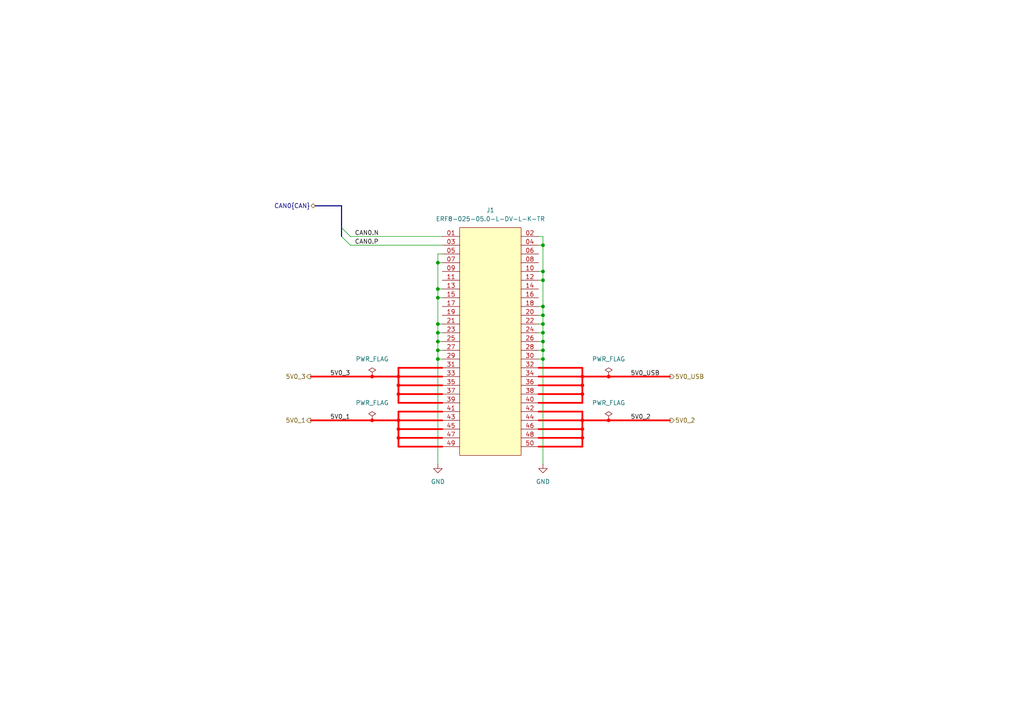
<source format=kicad_sch>
(kicad_sch (version 20250114) (generator "eeschema") (generator_version "9.0")
  (paper "A4")
  (lib_symbols
    (symbol "library:ERF8-025-05.0-L-DV-L-K-TR"
      (property "Reference" "J" (at 0 38.1 0))
      (property "Value" "ERF8-025-05.0-L-DV-L-K-TR" (at 0 35.56 0))
      (symbol "ERF8-025-05.0-L-DV-L-K-TR_1_1"
        (rectangle (start -8.89 33.02) (end 8.89 -33.02) (fill (type color) (color 255 255 194 1)))
        (pin passive line (at -13.97 30.48 0) (length 5.08) (name "") (number "01"))
        (pin passive line (at -13.97 27.94 0) (length 5.08) (name "") (number "03"))
        (pin passive line (at -13.97 25.4 0) (length 5.08) (name "") (number "05"))
        (pin passive line (at -13.97 22.86 0) (length 5.08) (name "") (number "07"))
        (pin passive line (at -13.97 20.32 0) (length 5.08) (name "") (number "09"))
        (pin passive line (at -13.97 17.78 0) (length 5.08) (name "") (number "11"))
        (pin passive line (at -13.97 15.24 0) (length 5.08) (name "") (number "13"))
        (pin passive line (at -13.97 12.7 0) (length 5.08) (name "") (number "15"))
        (pin passive line (at -13.97 10.16 0) (length 5.08) (name "") (number "17"))
        (pin passive line (at -13.97 7.62 0) (length 5.08) (name "") (number "19"))
        (pin passive line (at -13.97 5.08 0) (length 5.08) (name "") (number "21"))
        (pin passive line (at -13.97 2.54 0) (length 5.08) (name "") (number "23"))
        (pin passive line (at -13.97 0 0) (length 5.08) (name "") (number "25"))
        (pin passive line (at -13.97 -2.54 0) (length 5.08) (name "") (number "27"))
        (pin passive line (at -13.97 -5.08 0) (length 5.08) (name "") (number "29"))
        (pin passive line (at -13.97 -7.62 0) (length 5.08) (name "") (number "31"))
        (pin passive line (at -13.97 -10.16 0) (length 5.08) (name "") (number "33"))
        (pin passive line (at -13.97 -12.7 0) (length 5.08) (name "") (number "35"))
        (pin passive line (at -13.97 -15.24 0) (length 5.08) (name "") (number "37"))
        (pin passive line (at -13.97 -17.78 0) (length 5.08) (name "") (number "39"))
        (pin passive line (at -13.97 -20.32 0) (length 5.08) (name "") (number "41"))
        (pin passive line (at -13.97 -22.86 0) (length 5.08) (name "") (number "43"))
        (pin passive line (at -13.97 -25.4 0) (length 5.08) (name "") (number "45"))
        (pin passive line (at -13.97 -27.94 0) (length 5.08) (name "") (number "47"))
        (pin passive line (at -13.97 -30.48 0) (length 5.08) (name "") (number "49"))
        (pin passive line (at 13.97 30.48 180) (length 5.08) (name "") (number "02"))
        (pin passive line (at 13.97 27.94 180) (length 5.08) (name "") (number "04"))
        (pin passive line (at 13.97 25.4 180) (length 5.08) (name "") (number "06"))
        (pin passive line (at 13.97 22.86 180) (length 5.08) (name "") (number "08"))
        (pin passive line (at 13.97 20.32 180) (length 5.08) (name "") (number "10"))
        (pin passive line (at 13.97 17.78 180) (length 5.08) (name "") (number "12"))
        (pin passive line (at 13.97 15.24 180) (length 5.08) (name "") (number "14"))
        (pin passive line (at 13.97 12.7 180) (length 5.08) (name "") (number "16"))
        (pin passive line (at 13.97 10.16 180) (length 5.08) (name "") (number "18"))
        (pin passive line (at 13.97 7.62 180) (length 5.08) (name "") (number "20"))
        (pin passive line (at 13.97 5.08 180) (length 5.08) (name "") (number "22"))
        (pin passive line (at 13.97 2.54 180) (length 5.08) (name "") (number "24"))
        (pin passive line (at 13.97 0 180) (length 5.08) (name "") (number "26"))
        (pin passive line (at 13.97 -2.54 180) (length 5.08) (name "") (number "28"))
        (pin passive line (at 13.97 -5.08 180) (length 5.08) (name "") (number "30"))
        (pin passive line (at 13.97 -7.62 180) (length 5.08) (name "") (number "32"))
        (pin passive line (at 13.97 -10.16 180) (length 5.08) (name "") (number "34"))
        (pin passive line (at 13.97 -12.7 180) (length 5.08) (name "") (number "36"))
        (pin passive line (at 13.97 -15.24 180) (length 5.08) (name "") (number "38"))
        (pin passive line (at 13.97 -17.78 180) (length 5.08) (name "") (number "40"))
        (pin passive line (at 13.97 -20.32 180) (length 5.08) (name "") (number "42"))
        (pin passive line (at 13.97 -22.86 180) (length 5.08) (name "") (number "44"))
        (pin passive line (at 13.97 -25.4 180) (length 5.08) (name "") (number "46"))
        (pin passive line (at 13.97 -27.94 180) (length 5.08) (name "") (number "48"))
        (pin passive line (at 13.97 -30.48 180) (length 5.08) (name "") (number "50"))
      )
    )
    (symbol "library:GND" (power) (pin_numbers (hide yes)) (pin_names (offset 0) (hide yes))
      (property "Value" "GND" (at 0 -3.81 0))
      (symbol "GND_0_1"
        (polyline (pts (xy 0 0) (xy 0 -1.27) (xy 1.27 -1.27) (xy 0 -2.54) (xy -1.27 -1.27) (xy 0 -1.27)))
      )
      (symbol "GND_1_1"
        (pin power_in line (at 0 0 270) (length 0) (name "~") (number "1"))
      )
    )
    (symbol "power:PWR_FLAG" (power) (pin_numbers (hide yes)) (pin_names (offset 0) (hide yes))
      (property "Value" "PWR_FLAG" (at 0 3.81 0))
      (symbol "PWR_FLAG_0_0"
        (pin power_out line (at 0 0 90) (length 0) (name "~") (number "1"))
      )
      (symbol "PWR_FLAG_0_1"
        (polyline (pts (xy 0 0) (xy 0 1.27) (xy -1.016 1.905) (xy 0 2.54) (xy 1.016 1.905) (xy 0 1.27)))
      )
    )
  )
  (junction (at 107.95 121.92) (color 255 0 0 1))
  (junction (at 115.57 124.46) (color 255 0 0 1))
  (junction (at 176.53 121.92) (color 255 0 0 1))
  (junction (at 115.57 127) (color 255 0 0 1))
  (junction (at 168.91 127) (color 255 0 0 1))
  (junction (at 115.57 111.76) (color 255 0 0 1))
  (junction (at 168.91 114.3) (color 255 0 0 1))
  (junction (at 157.48 99.06))
  (junction (at 176.53 109.22) (color 255 0 0 1))
  (junction (at 127 104.14))
  (junction (at 127 96.52))
  (junction (at 157.48 88.9))
  (junction (at 157.48 78.74))
  (junction (at 115.57 114.3) (color 255 0 0 1))
  (junction (at 127 76.2))
  (junction (at 127 101.6))
  (junction (at 168.91 109.22) (color 255 0 0 1))
  (junction (at 157.48 71.12))
  (junction (at 157.48 91.44))
  (junction (at 127 99.06))
  (junction (at 157.48 104.14))
  (junction (at 157.48 93.98))
  (junction (at 157.48 101.6))
  (junction (at 127 83.82))
  (junction (at 107.95 109.22) (color 255 0 0 1))
  (junction (at 157.48 96.52))
  (junction (at 127 93.98))
  (junction (at 115.57 109.22) (color 255 0 0 1))
  (junction (at 127 86.36))
  (junction (at 157.48 81.28))
  (junction (at 168.91 124.46) (color 255 0 0 1))
  (junction (at 168.91 121.92) (color 255 0 0 1))
  (junction (at 168.91 111.76) (color 255 0 0 1))
  (junction (at 115.57 121.92) (color 255 0 0 1))
  (bus_entry (at 99.06 66.04) (size 2.54 2.54))
  (bus_entry (at 99.06 68.58) (size 2.54 2.54))
  (wire (pts (xy 194.31 109.22) (xy 176.53 109.22)) (stroke (width 0.508) (color 255 0 0 1)))
  (wire (pts (xy 157.48 104.14) (xy 157.48 134.62)))
  (wire (pts (xy 127 101.6) (xy 128.27 101.6)))
  (wire (pts (xy 168.91 111.76) (xy 168.91 114.3)) (stroke (width 0.508) (color 255 0 0 1)))
  (wire (pts (xy 115.57 116.84) (xy 128.27 116.84)) (stroke (width 0.508) (color 255 0 0 1)))
  (wire (pts (xy 127 93.98) (xy 128.27 93.98)))
  (wire (pts (xy 168.91 127) (xy 168.91 129.54)) (stroke (width 0.508) (color 255 0 0 1)))
  (wire (pts (xy 168.91 114.3) (xy 168.91 116.84)) (stroke (width 0.508) (color 255 0 0 1)))
  (wire (pts (xy 115.57 127) (xy 115.57 129.54)) (stroke (width 0.508) (color 255 0 0 1)))
  (wire (pts (xy 156.21 68.58) (xy 157.48 68.58)))
  (wire (pts (xy 157.48 99.06) (xy 157.48 101.6)))
  (wire (pts (xy 115.57 127) (xy 128.27 127)) (stroke (width 0.508) (color 255 0 0 1)))
  (wire (pts (xy 168.91 109.22) (xy 156.21 109.22)) (stroke (width 0.508) (color 255 0 0 1)))
  (wire (pts (xy 168.91 116.84) (xy 156.21 116.84)) (stroke (width 0.508) (color 255 0 0 1)))
  (wire (pts (xy 127 83.82) (xy 127 86.36)))
  (wire (pts (xy 127 73.66) (xy 127 76.2)))
  (wire (pts (xy 168.91 124.46) (xy 156.21 124.46)) (stroke (width 0.508) (color 255 0 0 1)))
  (wire (pts (xy 168.91 119.38) (xy 156.21 119.38)) (stroke (width 0.508) (color 255 0 0 1)))
  (wire (pts (xy 127 76.2) (xy 127 83.82)))
  (wire (pts (xy 127 99.06) (xy 128.27 99.06)))
  (wire (pts (xy 115.57 119.38) (xy 128.27 119.38)) (stroke (width 0.508) (color 255 0 0 1)))
  (wire (pts (xy 168.91 129.54) (xy 156.21 129.54)) (stroke (width 0.508) (color 255 0 0 1)))
  (wire (pts (xy 107.95 109.22) (xy 115.57 109.22)) (stroke (width 0.508) (color 255 0 0 1)))
  (wire (pts (xy 115.57 111.76) (xy 115.57 114.3)) (stroke (width 0.508) (color 255 0 0 1)))
  (bus (pts (xy 99.06 59.69) (xy 99.06 66.04)))
  (wire (pts (xy 115.57 106.68) (xy 115.57 109.22)) (stroke (width 0.508) (color 255 0 0 1)))
  (wire (pts (xy 115.57 114.3) (xy 115.57 116.84)) (stroke (width 0.508) (color 255 0 0 1)))
  (wire (pts (xy 90.17 109.22) (xy 107.95 109.22)) (stroke (width 0.508) (color 255 0 0 1)))
  (wire (pts (xy 157.48 68.58) (xy 157.48 71.12)))
  (wire (pts (xy 127 96.52) (xy 128.27 96.52)))
  (wire (pts (xy 90.17 121.92) (xy 107.95 121.92)) (stroke (width 0.508) (color 255 0 0 1)))
  (wire (pts (xy 157.48 91.44) (xy 156.21 91.44)))
  (wire (pts (xy 194.31 121.92) (xy 176.53 121.92)) (stroke (width 0.508) (color 255 0 0 1)))
  (wire (pts (xy 168.91 119.38) (xy 168.91 121.92)) (stroke (width 0.508) (color 255 0 0 1)))
  (wire (pts (xy 115.57 119.38) (xy 115.57 121.92)) (stroke (width 0.508) (color 255 0 0 1)))
  (wire (pts (xy 168.91 111.76) (xy 156.21 111.76)) (stroke (width 0.508) (color 255 0 0 1)))
  (wire (pts (xy 115.57 121.92) (xy 128.27 121.92)) (stroke (width 0.508) (color 255 0 0 1)))
  (wire (pts (xy 157.48 101.6) (xy 157.48 104.14)))
  (wire (pts (xy 156.21 96.52) (xy 157.48 96.52)))
  (wire (pts (xy 101.6 68.58) (xy 128.27 68.58)))
  (wire (pts (xy 115.57 121.92) (xy 115.57 124.46)) (stroke (width 0.508) (color 255 0 0 1)))
  (wire (pts (xy 156.21 93.98) (xy 157.48 93.98)))
  (wire (pts (xy 127 101.6) (xy 127 104.14)))
  (wire (pts (xy 157.48 99.06) (xy 156.21 99.06)))
  (wire (pts (xy 168.91 124.46) (xy 168.91 127)) (stroke (width 0.508) (color 255 0 0 1)))
  (wire (pts (xy 115.57 106.68) (xy 128.27 106.68)) (stroke (width 0.508) (color 255 0 0 1)))
  (wire (pts (xy 157.48 88.9) (xy 156.21 88.9)))
  (wire (pts (xy 157.48 78.74) (xy 157.48 81.28)))
  (wire (pts (xy 115.57 124.46) (xy 128.27 124.46)) (stroke (width 0.508) (color 255 0 0 1)))
  (wire (pts (xy 176.53 109.22) (xy 168.91 109.22)) (stroke (width 0.508) (color 255 0 0 1)))
  (wire (pts (xy 168.91 127) (xy 156.21 127)) (stroke (width 0.508) (color 255 0 0 1)))
  (wire (pts (xy 127 86.36) (xy 127 93.98)))
  (wire (pts (xy 157.48 81.28) (xy 157.48 88.9)))
  (wire (pts (xy 115.57 109.22) (xy 128.27 109.22)) (stroke (width 0.508) (color 255 0 0 1)))
  (wire (pts (xy 127 83.82) (xy 128.27 83.82)))
  (wire (pts (xy 107.95 121.92) (xy 115.57 121.92)) (stroke (width 0.508) (color 255 0 0 1)))
  (wire (pts (xy 157.48 71.12) (xy 157.48 78.74)))
  (wire (pts (xy 157.48 96.52) (xy 157.48 99.06)))
  (bus (pts (xy 99.06 66.04) (xy 99.06 68.58)))
  (wire (pts (xy 115.57 109.22) (xy 115.57 111.76)) (stroke (width 0.508) (color 255 0 0 1)))
  (wire (pts (xy 115.57 129.54) (xy 128.27 129.54)) (stroke (width 0.508) (color 255 0 0 1)))
  (wire (pts (xy 115.57 114.3) (xy 128.27 114.3)) (stroke (width 0.508) (color 255 0 0 1)))
  (wire (pts (xy 157.48 81.28) (xy 156.21 81.28)))
  (wire (pts (xy 157.48 78.74) (xy 156.21 78.74)))
  (wire (pts (xy 127 93.98) (xy 127 96.52)))
  (wire (pts (xy 157.48 71.12) (xy 156.21 71.12)))
  (wire (pts (xy 157.48 101.6) (xy 156.21 101.6)))
  (wire (pts (xy 127 76.2) (xy 128.27 76.2)))
  (wire (pts (xy 168.91 109.22) (xy 168.91 111.76)) (stroke (width 0.508) (color 255 0 0 1)))
  (wire (pts (xy 115.57 124.46) (xy 115.57 127)) (stroke (width 0.508) (color 255 0 0 1)))
  (wire (pts (xy 127 99.06) (xy 127 101.6)))
  (bus (pts (xy 91.44 59.69) (xy 99.06 59.69)))
  (wire (pts (xy 168.91 114.3) (xy 156.21 114.3)) (stroke (width 0.508) (color 255 0 0 1)))
  (wire (pts (xy 157.48 91.44) (xy 157.48 93.98)))
  (wire (pts (xy 127 104.14) (xy 127 134.62)))
  (wire (pts (xy 168.91 121.92) (xy 168.91 124.46)) (stroke (width 0.508) (color 255 0 0 1)))
  (wire (pts (xy 157.48 88.9) (xy 157.48 91.44)))
  (wire (pts (xy 127 96.52) (xy 127 99.06)))
  (wire (pts (xy 157.48 93.98) (xy 157.48 96.52)))
  (wire (pts (xy 127 86.36) (xy 128.27 86.36)))
  (wire (pts (xy 156.21 104.14) (xy 157.48 104.14)))
  (wire (pts (xy 128.27 73.66) (xy 127 73.66)))
  (wire (pts (xy 168.91 106.68) (xy 168.91 109.22)) (stroke (width 0.508) (color 255 0 0 1)))
  (wire (pts (xy 101.6 71.12) (xy 128.27 71.12)))
  (wire (pts (xy 127 104.14) (xy 128.27 104.14)))
  (wire (pts (xy 115.57 111.76) (xy 128.27 111.76)) (stroke (width 0.508) (color 255 0 0 1)))
  (wire (pts (xy 168.91 106.68) (xy 156.21 106.68)) (stroke (width 0.508) (color 255 0 0 1)))
  (wire (pts (xy 176.53 121.92) (xy 168.91 121.92)) (stroke (width 0.508) (color 255 0 0 1)))
  (wire (pts (xy 168.91 121.92) (xy 156.21 121.92)) (stroke (width 0.508) (color 255 0 0 1)))
  (label "5V0_USB" (at 182.88 109.22 0))
  (label "CAN0.P" (at 102.87 71.12 0))
  (label "CAN0.N" (at 102.87 68.58 0))
  (label "5V0_3" (at 101.6 109.22 180))
  (label "5V0_1" (at 101.6 121.92 180))
  (label "5V0_2" (at 182.88 121.92 0))
  (hierarchical_label "5V0_USB" (shape output) (at 194.31 109.22 0))
  (hierarchical_label "5V0_3" (shape output) (at 90.17 109.22 180))
  (hierarchical_label "CAN0{CAN}" (shape bidirectional) (at 91.44 59.69 180))
  (hierarchical_label "5V0_1" (shape output) (at 90.17 121.92 180))
  (hierarchical_label "5V0_2" (shape output) (at 194.31 121.92 0))
  (symbol (lib_id "power:PWR_FLAG") (at 107.95 109.22 0) (unit 1)
    (property "Reference" "#FLG03" (effects (hide yes)))
    (property "Value" "PWR_FLAG" (at 107.95 104.14 0))
    (property "Description" "Special symbol for telling ERC where power comes from" (effects (hide yes)))
  )
  (symbol (lib_id "power:PWR_FLAG") (at 176.53 109.22 0) (mirror y) (unit 1)
    (property "Reference" "#FLG04" (effects (hide yes)))
    (property "Value" "PWR_FLAG" (at 176.53 104.14 0))
    (property "Description" "Special symbol for telling ERC where power comes from" (effects (hide yes)))
  )
  (symbol (lib_id "library:ERF8-025-05.0-L-DV-L-K-TR") (at 142.24 99.06 0) (unit 1)
    (property "Reference" "J1" (at 142.24 60.96 0))
    (property "Value" "ERF8-025-05.0-L-DV-L-K-TR" (at 142.24 63.5 0))
    (property "Footprint" "library:SAMTEC_ERF8-025-05.0-L-DV-L-K-TR" (effects (hide yes)))
  )
  (symbol (lib_id "library:GND") (at 157.48 134.62 0) (unit 1)
    (property "Reference" "#PWR0101" (effects (hide yes)))
    (property "Value" "GND" (at 157.48 139.7 0))
    (property "Description" "Power symbol creates a global label with name \"GND\" , ground" (effects (hide yes)))
  )
  (symbol (lib_id "library:GND") (at 127 134.62 0) (unit 1)
    (property "Reference" "#PWR0102" (effects (hide yes)))
    (property "Value" "GND" (at 127 139.7 0))
    (property "Description" "Power symbol creates a global label with name \"GND\" , ground" (effects (hide yes)))
  )
  (symbol (lib_id "power:PWR_FLAG") (at 176.53 121.92 0) (mirror y) (unit 1)
    (property "Reference" "#FLG02" (effects (hide yes)))
    (property "Value" "PWR_FLAG" (at 176.53 116.84 0))
    (property "Description" "Special symbol for telling ERC where power comes from" (effects (hide yes)))
  )
  (symbol (lib_id "power:PWR_FLAG") (at 107.95 121.92 0) (unit 1)
    (property "Reference" "#FLG01" (effects (hide yes)))
    (property "Value" "PWR_FLAG" (at 107.95 116.84 0))
    (property "Description" "Special symbol for telling ERC where power comes from" (effects (hide yes)))
  )
)
</source>
